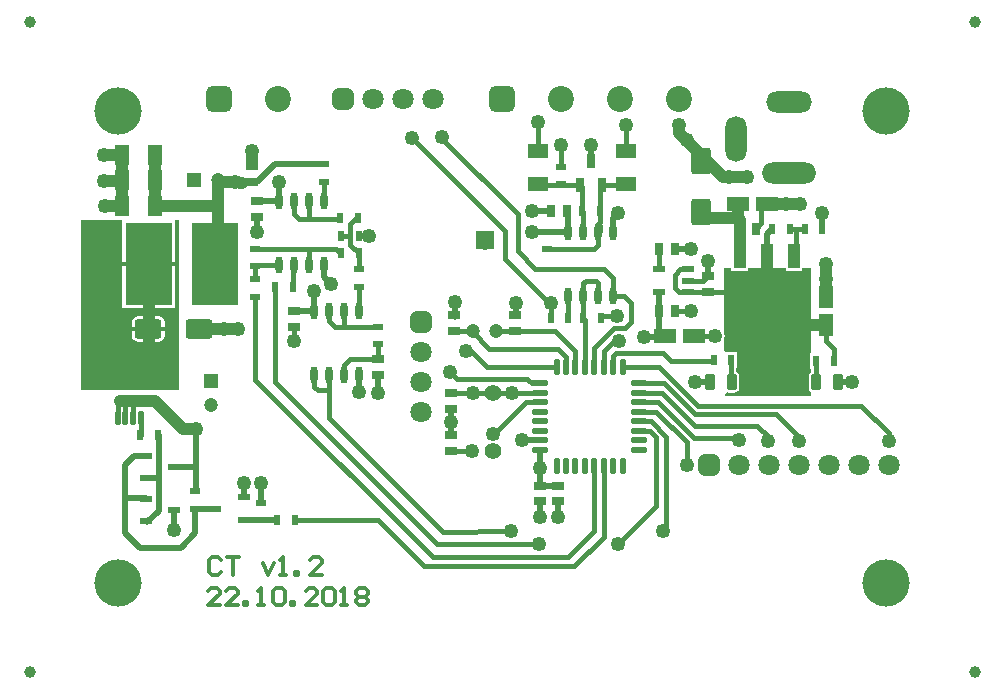
<source format=gtl>
G04*
G04 #@! TF.GenerationSoftware,Altium Limited,Altium Designer,18.1.1 (9)*
G04*
G04 Layer_Physical_Order=1*
G04 Layer_Color=255*
%FSLAX42Y42*%
%MOMM*%
G71*
G01*
G75*
%ADD45C,1.20*%
G04:AMPARAMS|DCode=47|XSize=1.22mm|YSize=0.45mm|CornerRadius=0.11mm|HoleSize=0mm|Usage=FLASHONLY|Rotation=90.000|XOffset=0mm|YOffset=0mm|HoleType=Round|Shape=RoundedRectangle|*
%AMROUNDEDRECTD47*
21,1,1.22,0.23,0,0,90.0*
21,1,1.00,0.45,0,0,90.0*
1,1,0.22,0.11,0.50*
1,1,0.22,0.11,-0.50*
1,1,0.22,-0.11,-0.50*
1,1,0.22,-0.11,0.50*
%
%ADD47ROUNDEDRECTD47*%
%ADD48R,1.30X1.80*%
%ADD49R,1.00X0.60*%
%ADD50O,0.60X1.45*%
%ADD51O,0.55X1.40*%
%ADD52O,1.40X0.55*%
%ADD53R,3.25X2.15*%
%ADD54R,1.00X2.15*%
%ADD55R,0.95X0.60*%
%ADD56R,0.60X0.95*%
%ADD57R,4.00X7.00*%
%ADD58R,1.75X1.25*%
G04:AMPARAMS|DCode=59|XSize=2.27mm|YSize=1.65mm|CornerRadius=0.25mm|HoleSize=0mm|Usage=FLASHONLY|Rotation=0.000|XOffset=0mm|YOffset=0mm|HoleType=Round|Shape=RoundedRectangle|*
%AMROUNDEDRECTD59*
21,1,2.27,1.16,0,0,0.0*
21,1,1.78,1.65,0,0,0.0*
1,1,0.50,0.89,-0.58*
1,1,0.50,-0.89,-0.58*
1,1,0.50,-0.89,0.58*
1,1,0.50,0.89,0.58*
%
%ADD59ROUNDEDRECTD59*%
G04:AMPARAMS|DCode=60|XSize=0.86mm|YSize=1.35mm|CornerRadius=0.22mm|HoleSize=0mm|Usage=FLASHONLY|Rotation=180.000|XOffset=0mm|YOffset=0mm|HoleType=Round|Shape=RoundedRectangle|*
%AMROUNDEDRECTD60*
21,1,0.86,0.91,0,0,180.0*
21,1,0.42,1.35,0,0,180.0*
1,1,0.44,-0.21,0.46*
1,1,0.44,0.21,0.46*
1,1,0.44,0.21,-0.46*
1,1,0.44,-0.21,-0.46*
%
%ADD60ROUNDEDRECTD60*%
%ADD61R,0.70X1.20*%
G04:AMPARAMS|DCode=62|XSize=2.27mm|YSize=1.65mm|CornerRadius=0.25mm|HoleSize=0mm|Usage=FLASHONLY|Rotation=90.000|XOffset=0mm|YOffset=0mm|HoleType=Round|Shape=RoundedRectangle|*
%AMROUNDEDRECTD62*
21,1,2.27,1.16,0,0,90.0*
21,1,1.78,1.65,0,0,90.0*
1,1,0.50,0.58,0.89*
1,1,0.50,0.58,-0.89*
1,1,0.50,-0.58,-0.89*
1,1,0.50,-0.58,0.89*
%
%ADD62ROUNDEDRECTD62*%
%ADD63R,1.00X0.80*%
%ADD64R,0.80X1.00*%
%ADD65R,1.95X1.30*%
%ADD66R,1.30X1.95*%
%ADD67R,1.50X1.50*%
%ADD68C,0.40*%
%ADD69C,0.25*%
%ADD70C,1.00*%
%ADD71C,0.50*%
%ADD72C,0.30*%
%ADD73C,1.00*%
%ADD74C,1.40*%
%ADD75C,2.20*%
G04:AMPARAMS|DCode=76|XSize=2.2mm|YSize=2.2mm|CornerRadius=0.55mm|HoleSize=0mm|Usage=FLASHONLY|Rotation=0.000|XOffset=0mm|YOffset=0mm|HoleType=Round|Shape=RoundedRectangle|*
%AMROUNDEDRECTD76*
21,1,2.20,1.10,0,0,0.0*
21,1,1.10,2.20,0,0,0.0*
1,1,1.10,0.55,-0.55*
1,1,1.10,-0.55,-0.55*
1,1,1.10,-0.55,0.55*
1,1,1.10,0.55,0.55*
%
%ADD76ROUNDEDRECTD76*%
%ADD77C,1.80*%
G04:AMPARAMS|DCode=78|XSize=1.8mm|YSize=1.8mm|CornerRadius=0.45mm|HoleSize=0mm|Usage=FLASHONLY|Rotation=0.000|XOffset=0mm|YOffset=0mm|HoleType=Round|Shape=RoundedRectangle|*
%AMROUNDEDRECTD78*
21,1,1.80,0.90,0,0,0.0*
21,1,0.90,1.80,0,0,0.0*
1,1,0.90,0.45,-0.45*
1,1,0.90,-0.45,-0.45*
1,1,0.90,-0.45,0.45*
1,1,0.90,0.45,0.45*
%
%ADD78ROUNDEDRECTD78*%
G04:AMPARAMS|DCode=79|XSize=1.8mm|YSize=1.8mm|CornerRadius=0.45mm|HoleSize=0mm|Usage=FLASHONLY|Rotation=270.000|XOffset=0mm|YOffset=0mm|HoleType=Round|Shape=RoundedRectangle|*
%AMROUNDEDRECTD79*
21,1,1.80,0.90,0,0,270.0*
21,1,0.90,1.80,0,0,270.0*
1,1,0.90,-0.45,-0.45*
1,1,0.90,-0.45,0.45*
1,1,0.90,0.45,0.45*
1,1,0.90,0.45,-0.45*
%
%ADD79ROUNDEDRECTD79*%
%ADD80O,4.60X1.80*%
%ADD81O,1.80X3.90*%
%ADD82O,3.90X1.80*%
%ADD83R,1.20X1.20*%
%ADD84R,1.20X1.20*%
%ADD85C,4.00*%
%ADD86C,1.25*%
G36*
X1010Y2130D02*
X180D01*
Y3570D01*
X532D01*
Y3220D01*
X982D01*
Y3570D01*
X1010D01*
Y2130D01*
D02*
G37*
G36*
X6360Y2448D02*
X6355D01*
Y2312D01*
X6360D01*
Y2279D01*
X6355Y2276D01*
X6346Y2262D01*
X6343Y2246D01*
Y2154D01*
X6346Y2138D01*
X6355Y2124D01*
X6360Y2121D01*
Y2080D01*
X5639D01*
X5636Y2101D01*
X5656Y2115D01*
X5672Y2112D01*
X5715D01*
X5731Y2115D01*
X5745Y2124D01*
X5754Y2138D01*
X5757Y2154D01*
Y2246D01*
X5754Y2262D01*
X5745Y2276D01*
X5731Y2285D01*
X5731Y2285D01*
Y2323D01*
X5740D01*
Y2458D01*
X5640D01*
X5630Y2478D01*
Y2568D01*
X5630Y2568D01*
X5633Y2590D01*
X5630Y2612D01*
X5630Y2612D01*
Y3170D01*
X5690D01*
Y3145D01*
X5830D01*
Y3170D01*
X6150D01*
Y3145D01*
X6290D01*
Y3170D01*
X6360D01*
Y2448D01*
D02*
G37*
%LPC*%
G36*
X982Y3180D02*
X778D01*
Y2825D01*
X982D01*
Y3180D01*
D02*
G37*
G36*
X738D02*
X532D01*
Y2825D01*
X738D01*
Y3180D01*
D02*
G37*
G36*
X842Y2758D02*
X774D01*
Y2670D01*
X893D01*
Y2708D01*
X889Y2727D01*
X878Y2744D01*
X862Y2755D01*
X842Y2758D01*
D02*
G37*
G36*
X734D02*
X665D01*
X645Y2755D01*
X629Y2744D01*
X618Y2727D01*
X614Y2708D01*
Y2670D01*
X734D01*
Y2758D01*
D02*
G37*
G36*
X893Y2630D02*
X774D01*
Y2542D01*
X842D01*
X862Y2545D01*
X878Y2556D01*
X889Y2573D01*
X893Y2592D01*
Y2630D01*
D02*
G37*
G36*
X734D02*
X614D01*
Y2592D01*
X618Y2573D01*
X629Y2556D01*
X645Y2545D01*
X665Y2542D01*
X734D01*
Y2630D01*
D02*
G37*
%LPD*%
D45*
X1340Y3910D02*
D03*
X1280Y2010D02*
D03*
X3700Y2630D02*
D03*
X3500D02*
D03*
D47*
X493Y2322D02*
D03*
X557D02*
D03*
X622D02*
D03*
X688D02*
D03*
Y1899D02*
D03*
X622D02*
D03*
X557D02*
D03*
X493D02*
D03*
D48*
X530Y3690D02*
D03*
X810D02*
D03*
X530Y3910D02*
D03*
X810D02*
D03*
X530Y4120D02*
D03*
X810D02*
D03*
D49*
X970Y1120D02*
D03*
X730Y1025D02*
D03*
Y1215D02*
D03*
X5080Y2965D02*
D03*
Y3155D02*
D03*
X5320D02*
D03*
Y3060D02*
D03*
Y2965D02*
D03*
X970Y1480D02*
D03*
X730Y1385D02*
D03*
Y1575D02*
D03*
X1320Y1130D02*
D03*
X1560Y1225D02*
D03*
Y1035D02*
D03*
D50*
X2241Y3733D02*
D03*
X2114D02*
D03*
X1986D02*
D03*
X1859D02*
D03*
X2241Y3188D02*
D03*
X2114D02*
D03*
X1986D02*
D03*
X1859D02*
D03*
X2541Y2802D02*
D03*
X2414D02*
D03*
X2286D02*
D03*
X2159D02*
D03*
X2541Y2258D02*
D03*
X2414D02*
D03*
X2286D02*
D03*
X2159D02*
D03*
X4690Y3472D02*
D03*
X4563D02*
D03*
X4437D02*
D03*
X4310D02*
D03*
X4690Y2927D02*
D03*
X4563D02*
D03*
X4437D02*
D03*
X4310D02*
D03*
D51*
X4210Y2330D02*
D03*
X4290D02*
D03*
X4370D02*
D03*
X4450D02*
D03*
X4530D02*
D03*
X4610D02*
D03*
X4690D02*
D03*
X4770D02*
D03*
Y1490D02*
D03*
X4690D02*
D03*
X4610D02*
D03*
X4530D02*
D03*
X4450D02*
D03*
X4370D02*
D03*
X4290D02*
D03*
X4210D02*
D03*
D52*
X4910Y2190D02*
D03*
Y2110D02*
D03*
Y2030D02*
D03*
Y1950D02*
D03*
Y1870D02*
D03*
Y1790D02*
D03*
Y1710D02*
D03*
Y1630D02*
D03*
X4070D02*
D03*
Y1710D02*
D03*
Y1790D02*
D03*
Y1870D02*
D03*
Y1950D02*
D03*
Y2030D02*
D03*
Y2110D02*
D03*
Y2190D02*
D03*
D53*
X5990Y2688D02*
D03*
D54*
X5760Y3272D02*
D03*
X5990D02*
D03*
X6220D02*
D03*
D55*
X2240Y3895D02*
D03*
Y4045D02*
D03*
X2540Y3155D02*
D03*
Y3005D02*
D03*
X2700Y2670D02*
D03*
Y2520D02*
D03*
X1150Y1130D02*
D03*
Y1280D02*
D03*
X1710Y1030D02*
D03*
Y1180D02*
D03*
X1660Y3330D02*
D03*
Y3180D02*
D03*
Y3070D02*
D03*
Y2920D02*
D03*
X4125Y3325D02*
D03*
Y3475D02*
D03*
X4250Y3875D02*
D03*
Y4025D02*
D03*
D56*
X2380Y3590D02*
D03*
X2530D02*
D03*
X2385Y3440D02*
D03*
X2535D02*
D03*
X685Y1750D02*
D03*
X835D02*
D03*
X1830Y3010D02*
D03*
X1980D02*
D03*
X2535Y3290D02*
D03*
X2385D02*
D03*
X1845Y1030D02*
D03*
X1995D02*
D03*
X5540Y2390D02*
D03*
X5690D02*
D03*
X6555Y2380D02*
D03*
X6405D02*
D03*
X6185Y3500D02*
D03*
X6035D02*
D03*
X4160Y2740D02*
D03*
X4310D02*
D03*
X4585D02*
D03*
X4435D02*
D03*
X6460Y3500D02*
D03*
X6310D02*
D03*
X4425Y3650D02*
D03*
X4575D02*
D03*
D57*
X1320Y3200D02*
D03*
X757D02*
D03*
D58*
X4800Y4155D02*
D03*
Y3875D02*
D03*
X4050Y4155D02*
D03*
Y3875D02*
D03*
D59*
X1186Y2650D02*
D03*
X753D02*
D03*
D60*
X5506Y2200D02*
D03*
X5694D02*
D03*
X6593D02*
D03*
X6407D02*
D03*
D61*
X4405Y3872D02*
D03*
X4595D02*
D03*
X4500Y4075D02*
D03*
D62*
X5430Y4076D02*
D03*
Y3644D02*
D03*
D63*
X1670Y3600D02*
D03*
Y3735D02*
D03*
X1630Y3892D02*
D03*
Y4028D02*
D03*
X1990Y2670D02*
D03*
Y2805D02*
D03*
X2700Y2395D02*
D03*
Y2260D02*
D03*
X5490Y2965D02*
D03*
Y3100D02*
D03*
X4070Y1325D02*
D03*
Y1190D02*
D03*
X4220Y1325D02*
D03*
Y1190D02*
D03*
X3320Y1755D02*
D03*
Y1620D02*
D03*
Y1973D02*
D03*
Y2108D02*
D03*
X3860Y2765D02*
D03*
Y2630D02*
D03*
X3340Y2765D02*
D03*
Y2630D02*
D03*
D64*
X5080Y3330D02*
D03*
X5215D02*
D03*
X5075Y2800D02*
D03*
X5210D02*
D03*
X4162Y3650D02*
D03*
X4297D02*
D03*
X5760Y3500D02*
D03*
X5895D02*
D03*
D65*
X5372Y2590D02*
D03*
X5128D02*
D03*
X5990Y3710D02*
D03*
X5745D02*
D03*
D66*
X6490Y2925D02*
D03*
Y2680D02*
D03*
D67*
X3600Y3400D02*
D03*
D68*
X688Y1752D02*
Y1899D01*
X685Y1750D02*
X688Y1752D01*
X622Y1899D02*
Y2038D01*
X557Y1899D02*
Y1992D01*
X493Y1899D02*
Y2023D01*
X5940Y3660D02*
X5990Y3710D01*
X5940Y3545D02*
Y3660D01*
X5895Y3500D02*
X5940Y3545D01*
X2286Y2130D02*
Y2258D01*
Y1893D02*
Y2130D01*
X2190D02*
X2286D01*
X2159Y2160D02*
X2190Y2130D01*
X7024Y1700D02*
Y1766D01*
X6790Y2000D02*
X7024Y1766D01*
X6070Y1930D02*
X6262Y1738D01*
Y1700D02*
Y1738D01*
X3320Y2108D02*
X4067D01*
X3670Y1750D02*
X3950Y2030D01*
X4000Y2190D02*
X4070D01*
X3960Y2230D02*
X4000Y2190D01*
X3370Y2230D02*
X3960D01*
X5310Y1500D02*
Y1690D01*
X5050Y1950D02*
X5310Y1690D01*
X4910Y1950D02*
X5050D01*
X4910Y1870D02*
X5010D01*
X4910Y1790D02*
X5000D01*
X5370Y1730D02*
X5754D01*
X5910Y1830D02*
X6008Y1732D01*
X5380Y1830D02*
X5910D01*
X5380Y1930D02*
X6070D01*
X5410Y2000D02*
X6790D01*
X5010Y1870D02*
X5140Y1740D01*
Y970D02*
Y1740D01*
X5110Y940D02*
X5140Y970D01*
X3200Y830D02*
X4060D01*
X1830Y2200D02*
X3200Y830D01*
X1830Y2200D02*
Y3010D01*
X3160Y720D02*
X4310D01*
X1660Y2220D02*
X3160Y720D01*
X1660Y2220D02*
Y2920D01*
X3234Y4266D02*
Y4274D01*
Y4266D02*
X3880Y3620D01*
X4160Y2850D02*
X4170Y2860D01*
X3770Y3240D02*
X4150Y2860D01*
X4160Y2850D01*
X2984Y4270D02*
X3770Y3484D01*
Y3240D02*
Y3484D01*
X3440Y2458D02*
X3490D01*
X3310Y2290D02*
X3370Y2230D01*
X3618Y2330D02*
X4210D01*
X3490Y2458D02*
X3618Y2330D01*
X4800Y4155D02*
Y4380D01*
X4787Y2657D02*
X4840Y2710D01*
X4697Y2657D02*
X4787D01*
X4530Y2490D02*
X4697Y2657D01*
X4840Y2710D02*
Y2870D01*
X5180Y2380D02*
X5540D01*
X4785Y2450D02*
X5110D01*
X4782Y2448D02*
X4785Y2450D01*
X4717Y2448D02*
X4782D01*
X4690Y2420D02*
X4717Y2448D01*
X4605Y2760D02*
X4720D01*
X4585Y2740D02*
X4605Y2760D01*
X5110Y2450D02*
X5180Y2380D01*
X5120Y2190D02*
X5380Y1930D01*
X4910Y2190D02*
X5120D01*
X5080Y2330D02*
X5410Y2000D01*
X4770Y2330D02*
X5080D01*
X3490Y2630D02*
X3640Y2480D01*
X3340Y2630D02*
X3490D01*
X6240Y3500D02*
X6310D01*
X6240Y3292D02*
Y3500D01*
X6185D02*
X6240D01*
X4030Y3160D02*
X4610D01*
X3880Y3310D02*
X4030Y3160D01*
X3880Y3310D02*
Y3620D01*
Y3620D01*
X4160Y2740D02*
Y2850D01*
Y2870D01*
X4700Y2550D02*
X4740D01*
X4610Y2460D02*
X4700Y2550D01*
X4610Y2330D02*
Y2460D01*
X4435Y2740D02*
X4450Y2725D01*
Y2330D02*
Y2725D01*
X3860Y2630D02*
X4200D01*
X3700D02*
X3860D01*
X4370Y2330D02*
Y2460D01*
X4200Y2630D02*
X4370Y2460D01*
X2541Y2802D02*
Y3005D01*
X2345Y3330D02*
X2385Y3290D01*
X1660Y3330D02*
X2345D01*
X3870Y2875D02*
X3885Y2890D01*
X3870Y2905D02*
X3885Y2890D01*
X3350Y2895D02*
X3365Y2880D01*
X3350D02*
X3365D01*
X3090Y640D02*
X4360D01*
X2241Y3733D02*
Y3895D01*
X1670Y3735D02*
X1673Y3733D01*
X5372Y2590D02*
X5550D01*
X5210Y2800D02*
X5350D01*
X2120Y3580D02*
X2380D01*
X2030D02*
X2120D01*
X2114Y3587D02*
X2120Y3580D01*
X2114Y3587D02*
Y3733D01*
X1995Y1030D02*
X2700D01*
X3090Y640D01*
X1340Y4590D02*
X1350Y4600D01*
X755Y3198D02*
X757Y3200D01*
X1840Y1035D02*
X1845Y1030D01*
X730Y1575D02*
X735D01*
X4360Y640D02*
X4610Y890D01*
Y1490D01*
X4310Y720D02*
X4530Y940D01*
X1990Y2550D02*
Y2670D01*
X3250Y930D02*
X3820Y940D01*
X2286Y1893D02*
X3250Y930D01*
X4530Y940D02*
Y1490D01*
X4740Y840D02*
X5050Y1150D01*
X1980Y3181D02*
X1986Y3188D01*
X1980Y3010D02*
Y3181D01*
X2159Y2160D02*
Y2258D01*
X2465Y2395D02*
X2700D01*
X2414Y2343D02*
X2465Y2395D01*
X2414Y2258D02*
Y2343D01*
X2700Y2395D02*
Y2520D01*
X2410Y2670D02*
X2700D01*
X2330D02*
X2410D01*
X2414Y2674D01*
Y2802D01*
X2286Y2714D02*
X2330Y2670D01*
X2286Y2714D02*
Y2802D01*
X2159Y2969D02*
X2160Y2970D01*
X1990Y2805D02*
X1992Y2802D01*
X1660Y3070D02*
Y3180D01*
X1667Y3188D01*
X1859D01*
X2114D02*
Y3310D01*
X2460Y3440D02*
Y3540D01*
Y3365D02*
Y3440D01*
X2385D02*
X2460D01*
X2535Y3160D02*
X2540Y3155D01*
X2535Y3160D02*
Y3290D01*
X2460Y3365D02*
X2535Y3290D01*
X2460Y3540D02*
X2510Y3590D01*
X2530D01*
X1986Y3624D02*
X2030Y3580D01*
X1986Y3624D02*
Y3733D01*
X4610Y3160D02*
X4690Y3080D01*
Y2927D02*
Y3080D01*
X4783Y2927D02*
X4840Y2870D01*
X4690Y2927D02*
X4783D01*
X4530Y2330D02*
Y2490D01*
X3060Y2204D02*
X3074Y2190D01*
X6555Y2380D02*
Y2485D01*
X6490Y2550D02*
X6555Y2485D01*
X6490Y2550D02*
Y2680D01*
X6405Y2201D02*
X6407Y2200D01*
X6405Y2201D02*
Y2380D01*
X5690Y2203D02*
X5694Y2200D01*
X5690Y2203D02*
Y2390D01*
X5070Y2030D02*
X5370Y1730D01*
X5100Y2110D02*
X5380Y1830D01*
X5050Y1150D02*
Y1740D01*
X5000Y1790D02*
X5050Y1740D01*
X4690Y2330D02*
Y2420D01*
X4910Y2110D02*
X5100D01*
X4910Y2030D02*
X5070D01*
X3320Y1620D02*
X3490D01*
X3950Y2030D02*
X4070D01*
X4067Y2108D02*
X4070Y2110D01*
X4290Y2330D02*
Y2410D01*
X4220Y2480D02*
X4290Y2410D01*
X3640Y2480D02*
X4220D01*
X4563Y2927D02*
Y3036D01*
X4540Y3060D02*
X4563Y3036D01*
X4460Y3060D02*
X4540D01*
X4437Y3036D02*
X4460Y3060D01*
X4437Y2927D02*
Y3036D01*
X4435Y2926D02*
X4437Y2927D01*
X4435Y2740D02*
Y2926D01*
X4310Y2927D02*
X4310Y2927D01*
Y2740D02*
Y2927D01*
X5080Y3155D02*
Y3330D01*
X5450Y3060D02*
X5490Y3100D01*
X5320Y3060D02*
X5450D01*
X5990Y2970D02*
Y3272D01*
Y2688D02*
Y2970D01*
X5490Y2965D02*
X5985D01*
X5320D02*
X5490D01*
X5985D02*
X5990Y2970D01*
X5245Y2965D02*
X5320D01*
X5210Y3000D02*
X5245Y2965D01*
X5210Y3000D02*
Y3110D01*
X5255Y3155D01*
X5320D01*
X6482Y2688D02*
X6490Y2680D01*
X4050Y4155D02*
Y4400D01*
X4250Y4025D02*
Y4210D01*
X4797Y3872D02*
X4800Y3875D01*
X4595Y3872D02*
X4797D01*
X4053D02*
X4405D01*
X4050Y3875D02*
X4053Y3872D01*
X4575Y3555D02*
Y3650D01*
X4560Y3540D02*
X4575Y3555D01*
Y3484D02*
Y3526D01*
X4560Y3540D02*
X4575Y3526D01*
X4563Y3472D02*
X4575Y3484D01*
Y3650D02*
Y3852D01*
X4595Y3872D01*
X4425Y3650D02*
X4437Y3638D01*
Y3472D02*
Y3638D01*
X4405Y3872D02*
X4425Y3852D01*
Y3650D02*
Y3852D01*
X4125Y3325D02*
X4525D01*
X4563Y3363D01*
Y3472D01*
D69*
X493Y2023D02*
X510Y2040D01*
X620D02*
X622Y2038D01*
X510Y2040D02*
X557Y1992D01*
X2540Y3005D02*
X2541Y3005D01*
D70*
X510Y2040D02*
X620D01*
X810D01*
X390Y3690D02*
X530D01*
X380Y3900D02*
X520D01*
X530Y3910D01*
X400Y4120D02*
X530D01*
Y3910D02*
Y4120D01*
Y3690D02*
Y3910D01*
X1340Y3690D02*
Y3892D01*
Y3480D02*
Y3690D01*
X810D02*
X1340D01*
X810Y3910D02*
Y4120D01*
Y3690D02*
Y3910D01*
X1050Y1800D02*
X1160D01*
X810Y2040D02*
X1050Y1800D01*
X1491Y3892D02*
X1550Y3890D01*
X1340Y3892D02*
X1491D01*
X5250Y4310D02*
X5620Y3940D01*
X5670D02*
X5820D01*
X5620D02*
X5670D01*
X6490Y2925D02*
Y3200D01*
X5990Y3710D02*
X6270D01*
X755Y2290D02*
Y3198D01*
X1630Y4060D02*
Y4150D01*
X5760Y3500D02*
Y3575D01*
Y3272D02*
Y3500D01*
X5745Y3590D02*
X5760Y3575D01*
X5990Y2170D02*
Y2688D01*
X1186Y2650D02*
X1510D01*
X5990Y2688D02*
X6482D01*
X5745Y3590D02*
Y3710D01*
X5483Y3590D02*
X5745D01*
X5430Y3644D02*
X5483Y3590D01*
X5250Y4310D02*
Y4380D01*
D71*
X840Y1390D02*
Y1750D01*
X743Y1012D02*
X840Y1110D01*
X5990Y3455D02*
X6035Y3500D01*
X5990Y3272D02*
Y3455D01*
X2700Y2110D02*
Y2260D01*
X5080Y2638D02*
Y2965D01*
X1160Y1480D02*
Y1800D01*
X970Y1480D02*
X1160D01*
Y1290D02*
Y1800D01*
X1150Y1280D02*
X1160Y1290D01*
X1550Y3890D02*
X1673Y3892D01*
X1825Y4045D02*
X2240D01*
X1673Y3892D02*
X1825Y4045D01*
X3920Y1710D02*
X4070D01*
X2535Y3440D02*
X2620D01*
X4690Y3590D02*
X4730Y3630D01*
X4690Y3472D02*
Y3590D01*
X2241Y3090D02*
X2300Y3030D01*
X2241Y3090D02*
Y3188D01*
X2541Y2120D02*
Y2258D01*
X6460Y3500D02*
Y3630D01*
X3870Y2760D02*
Y2905D01*
X3350Y2750D02*
Y2895D01*
X4070Y1060D02*
Y1190D01*
X4220Y1060D02*
Y1190D01*
X1859Y3733D02*
Y3899D01*
X1670Y3470D02*
Y3600D01*
X1673Y3733D02*
X1859D01*
X970Y950D02*
Y1120D01*
X1710Y1180D02*
Y1350D01*
X1560Y1225D02*
Y1350D01*
X5215Y3330D02*
X5350D01*
X5490Y3100D02*
Y3230D01*
X4070Y1470D02*
Y1630D01*
Y1325D02*
Y1470D01*
X1560Y1035D02*
X1840D01*
X1150Y1130D02*
X1320D01*
X1150Y920D02*
Y1130D01*
X1030Y800D02*
X1150Y920D01*
X680Y800D02*
X1030D01*
X560Y920D02*
X680Y800D01*
X560Y920D02*
Y1220D01*
Y1500D01*
Y1220D02*
X730D01*
X560Y1500D02*
X635Y1575D01*
X730D01*
X840Y1110D02*
Y1390D01*
X835Y1385D02*
X840Y1390D01*
X730Y1385D02*
X835D01*
X2159Y2802D02*
Y2969D01*
X1992Y2802D02*
X2159D01*
X3320Y1755D02*
Y1973D01*
X4000Y3650D02*
X4162D01*
X4005Y3475D02*
X4125D01*
X5117Y2580D02*
X5128Y2590D01*
X4950Y2580D02*
X5117D01*
X6593Y2200D02*
X6710D01*
X5380D02*
X5506D01*
X4070Y1325D02*
X4220D01*
X5075Y2960D02*
X5080Y2965D01*
X4125Y3475D02*
X4128Y3472D01*
X4310D01*
X4297Y3650D02*
X4310Y3638D01*
Y3472D02*
Y3638D01*
X5080Y2638D02*
X5128Y2590D01*
X4500Y4075D02*
Y4210D01*
D72*
X1360Y310D02*
X1260D01*
X1360Y410D01*
Y435D01*
X1335Y460D01*
X1285D01*
X1260Y435D01*
X1510Y310D02*
X1410D01*
X1510Y410D01*
Y435D01*
X1485Y460D01*
X1435D01*
X1410Y435D01*
X1560Y310D02*
Y335D01*
X1585D01*
Y310D01*
X1560D01*
X1685D02*
X1735D01*
X1710D01*
Y460D01*
X1685Y435D01*
X1810D02*
X1835Y460D01*
X1885D01*
X1910Y435D01*
Y335D01*
X1885Y310D01*
X1835D01*
X1810Y335D01*
Y435D01*
X1960Y310D02*
Y335D01*
X1985D01*
Y310D01*
X1960D01*
X2185D02*
X2085D01*
X2185Y410D01*
Y435D01*
X2160Y460D01*
X2110D01*
X2085Y435D01*
X2235D02*
X2260Y460D01*
X2310D01*
X2335Y435D01*
Y335D01*
X2310Y310D01*
X2260D01*
X2235Y335D01*
Y435D01*
X2385Y310D02*
X2435D01*
X2410D01*
Y460D01*
X2385Y435D01*
X2510D02*
X2535Y460D01*
X2585D01*
X2610Y435D01*
Y410D01*
X2585Y385D01*
X2610Y360D01*
Y335D01*
X2585Y310D01*
X2535D01*
X2510Y335D01*
Y360D01*
X2535Y385D01*
X2510Y410D01*
Y435D01*
X2535Y385D02*
X2585D01*
X1370Y695D02*
X1345Y720D01*
X1295D01*
X1270Y695D01*
Y595D01*
X1295Y570D01*
X1345D01*
X1370Y595D01*
X1420Y720D02*
X1520D01*
X1470D01*
Y570D01*
X1720Y670D02*
X1770Y570D01*
X1820Y670D01*
X1870Y570D02*
X1920D01*
X1895D01*
Y720D01*
X1870Y695D01*
X1995Y570D02*
Y595D01*
X2020D01*
Y570D01*
X1995D01*
X2220D02*
X2120D01*
X2220Y670D01*
Y695D01*
X2195Y720D01*
X2145D01*
X2120Y695D01*
D73*
X7750Y-250D02*
D03*
X-250D02*
D03*
X7750Y5250D02*
D03*
X-250D02*
D03*
X5725Y4180D02*
D03*
Y4340D02*
D03*
X6255Y4575D02*
D03*
X6095D02*
D03*
X6255Y3970D02*
D03*
X6095D02*
D03*
D74*
X3670Y2108D02*
D03*
Y1620D02*
D03*
D75*
X1850Y4600D02*
D03*
X5250D02*
D03*
X4750D02*
D03*
X4250D02*
D03*
D76*
X1350D02*
D03*
X3750D02*
D03*
D77*
X7024Y1500D02*
D03*
X6770D02*
D03*
X6516D02*
D03*
X6262D02*
D03*
X6008D02*
D03*
X5754D02*
D03*
X2654Y4600D02*
D03*
X2908D02*
D03*
X3162D02*
D03*
X3060Y2458D02*
D03*
Y2204D02*
D03*
Y1950D02*
D03*
D78*
X5500Y1500D02*
D03*
X2400Y4600D02*
D03*
D79*
X3060Y2712D02*
D03*
D80*
X6175Y3970D02*
D03*
D81*
X5725Y4260D02*
D03*
D82*
X6175Y4575D02*
D03*
D83*
X1140Y3910D02*
D03*
D84*
X1280Y2210D02*
D03*
D85*
X7000Y500D02*
D03*
X500D02*
D03*
X7000Y4500D02*
D03*
X500D02*
D03*
D86*
X2700Y2110D02*
D03*
X390Y3690D02*
D03*
X380Y3900D02*
D03*
Y4120D02*
D03*
X7024Y1700D02*
D03*
X6262D02*
D03*
X5754Y1710D02*
D03*
X6000Y1700D02*
D03*
X3600Y3380D02*
D03*
X1160Y1800D02*
D03*
X3500Y2110D02*
D03*
X3490Y1620D02*
D03*
X3670Y1760D02*
D03*
X3830Y2110D02*
D03*
X5310Y1500D02*
D03*
X1491Y3892D02*
D03*
X3240Y4280D02*
D03*
X2984Y4270D02*
D03*
X3310Y2290D02*
D03*
X3440Y2460D02*
D03*
X5250Y4380D02*
D03*
X5310Y4250D02*
D03*
X4800Y4380D02*
D03*
X4050Y4400D02*
D03*
X5820Y3940D02*
D03*
X5670D02*
D03*
X4720Y2760D02*
D03*
X3920Y1710D02*
D03*
X2620Y3440D02*
D03*
X6490Y3200D02*
D03*
Y3077D02*
D03*
X4730Y3630D02*
D03*
X2300Y3030D02*
D03*
X2541Y2120D02*
D03*
X6460Y3630D02*
D03*
X6270Y3710D02*
D03*
X6150D02*
D03*
X3870Y2870D02*
D03*
X3350Y2880D02*
D03*
X1630Y4160D02*
D03*
X4070Y1060D02*
D03*
X4220D02*
D03*
X4730Y830D02*
D03*
X4060D02*
D03*
X1859Y3899D02*
D03*
X1670Y3470D02*
D03*
X970Y950D02*
D03*
X1710Y1350D02*
D03*
X1560D02*
D03*
X5990Y2170D02*
D03*
X5550Y2590D02*
D03*
X5350Y2800D02*
D03*
Y3330D02*
D03*
X5490Y3230D02*
D03*
X1510Y2650D02*
D03*
X1390D02*
D03*
X1990Y2550D02*
D03*
X5110Y940D02*
D03*
X3820D02*
D03*
X2159Y2969D02*
D03*
X3320Y1864D02*
D03*
X4000Y3650D02*
D03*
X4005Y3475D02*
D03*
X4160Y2870D02*
D03*
X4740Y2550D02*
D03*
X6710Y2200D02*
D03*
X5380D02*
D03*
X4070Y1470D02*
D03*
X4950Y2580D02*
D03*
X4250Y4210D02*
D03*
X4500D02*
D03*
M02*

</source>
